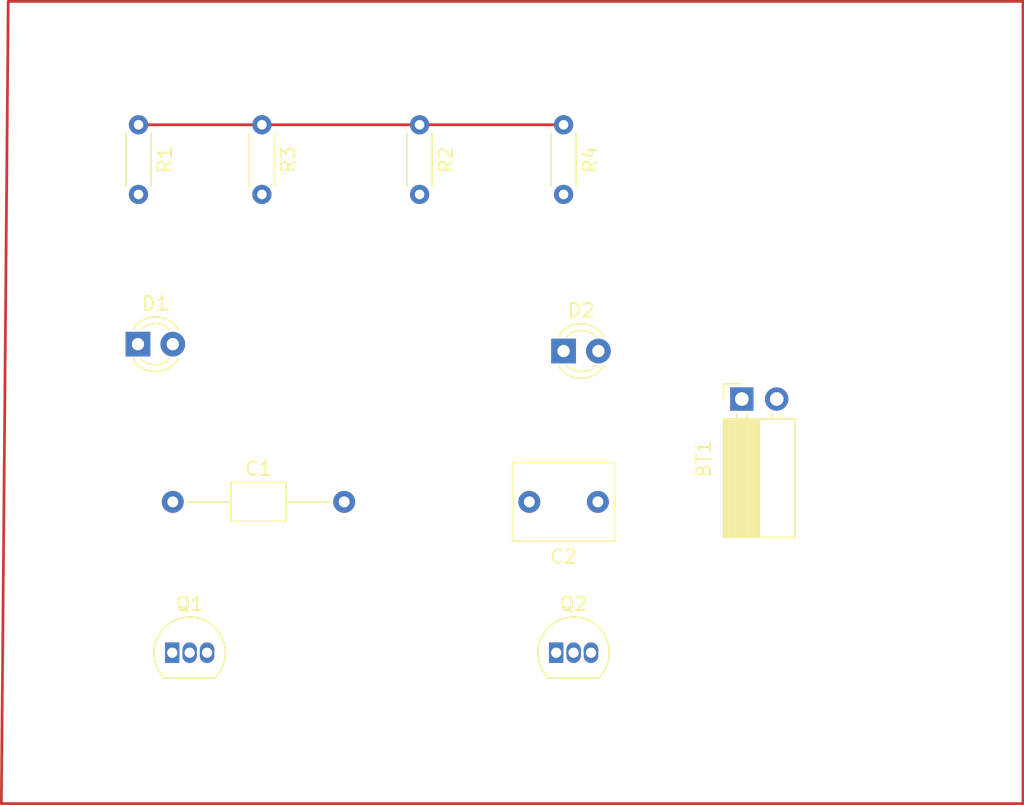
<source format=kicad_pcb>
(kicad_pcb (version 20241229) (generator "pcbnew") (generator_version "9.0")
  (layers (0 "F.Cu" signal) (2 "B.Cu" signal) (13 "F.Paste" user) (15 "B.Paste" user) (5 "F.SilkS" user "F.Silkscreen") (7 "B.SilkS" user "B.Silkscreen") (1 "F.Mask" user) (3 "B.Mask" user) (25 "Edge.Cuts" user))
  (net 0 "")
  (net 1 "Net-(D1-K)")
  (net 2 "Net-(BT1-+)")
  (net 3 "Net-(Q1-B)")
  (net 4 "Net-(Q2-B)")
  (net 5 "Net-(D2-K)")
  (net 6 "Net-(D1-A)")
  (net 7 "Net-(BT1--)")
  (net 8 "Net-(D2-A)")
  (footprint "LED_THT:LED_D3.0mm" (layer "F.Cu") (at 158 101)
    (property "Reference" "D2" (at 1.27 -2.96 0) (layer "F.SilkS"))
    (property "Value" "LED")
    (fp_line (start -0.29 -1.236) (end -0.29 -1.08) (stroke (width 0.12)) (layer "F.SilkS"))
    (fp_line (start -0.29 1.08) (end -0.29 1.236) (stroke (width 0.12)) (layer "F.SilkS"))
    (fp_arc (start -0.29 -1.235516) (mid 1.36566 -1.987699) (end 2.941437 -1.08) (stroke (width 0.12)) (layer "F.SilkS"))
    (fp_arc (start 0.229039 -1.08) (mid 1.27 -1.5) (end 2.310961 -1.08) (stroke (width 0.12)) (layer "F.SilkS"))
    (fp_arc (start 2.310961 1.08) (mid 1.27 1.5) (end 0.229039 1.08) (stroke (width 0.12)) (layer "F.SilkS"))
    (fp_arc (start 2.941437 1.08) (mid 1.36566 1.987699) (end -0.29 1.235516) (stroke (width 0.12)) (layer "F.SilkS"))
    (pad "1" thru_hole rect (at 0 0) (size 1.8 1.8) (drill 0.9) (layers "*.Cu" "*.Mask") (net 5 "Net-(D2-K)"))
    (pad "2" thru_hole circle (at 2.54 0) (size 1.8 1.8) (drill 0.9) (layers "*.Cu" "*.Mask") (net 8 "Net-(D2-A)"))
  )
  (footprint "Capacitor_THT:C_Axial_L3.8mm_D2.6mm_P12.50mm_Horizontal" (layer "F.Cu") (at 129.5 112)
    (property "Reference" "C1" (at 6.25 -2.42 0) (layer "F.SilkS"))
    (property "Value" "100u")
    (fp_line (start 1.04 0) (end 4.23 0) (stroke (width 0.12)) (layer "F.SilkS"))
    (fp_line (start 11.46 0) (end 8.27 0) (stroke (width 0.12)) (layer "F.SilkS"))
    (fp_rect (start 4.23 -1.42) (end 8.27 1.42) (stroke (width 0.12)) (fill no) (layer "F.SilkS"))
    (pad "1" thru_hole circle (at 0 0) (size 1.6 1.6) (drill 0.8) (layers "*.Cu" "*.Mask") (net 6 "Net-(D1-A)"))
    (pad "2" thru_hole circle (at 12.5 0) (size 1.6 1.6) (drill 0.8) (layers "*.Cu" "*.Mask") (net 4 "Net-(Q2-B)"))
  )
  (footprint "Resistor_THT:R_Axial_DIN0204_L3.6mm_D1.6mm_P5.08mm_Horizontal" (layer "F.Cu") (at 158 84.5 -90)
    (property "Reference" "R4" (at 2.54 -1.92 90) (layer "F.SilkS"))
    (property "Value" "470")
    (fp_line (start 0.62 0.92) (end 4.46 0.92) (stroke (width 0.12)) (layer "F.SilkS"))
    (fp_line (start 0.62 -0.92) (end 4.46 -0.92) (stroke (width 0.12)) (layer "F.SilkS"))
    (pad "1" thru_hole circle (at 0 0 270) (size 1.4 1.4) (drill 0.7) (layers "*.Cu" "*.Mask") (net 2 "Net-(BT1-+)"))
    (pad "2" thru_hole circle (at 5.08 0 270) (size 1.4 1.4) (drill 0.7) (layers "*.Cu" "*.Mask") (net 5 "Net-(D2-K)"))
  )
  (footprint "Package_TO_SOT_THT:TO-92_Inline" (layer "F.Cu") (at 157.46 123)
    (property "Reference" "Q2" (at 1.27 -3.56 0) (layer "F.SilkS"))
    (property "Value" "BC547")
    (fp_line (start -0.53 1.85) (end 3.07 1.85) (stroke (width 0.12)) (layer "F.SilkS"))
    (fp_arc (start -0.568478 1.838478) (mid -1.132087 -0.994977) (end 1.27 -2.6) (stroke (width 0.12)) (layer "F.SilkS"))
    (fp_arc (start 1.27 -2.6) (mid 3.672087 -0.994977) (end 3.108478 1.838478) (stroke (width 0.12)) (layer "F.SilkS"))
    (pad "1" thru_hole rect (at 0 0) (size 1.05 1.5) (drill 0.75) (layers "*.Cu" "*.Mask") (net 8 "Net-(D2-A)"))
    (pad "2" thru_hole oval (at 1.27 0) (size 1.05 1.5) (drill 0.75) (layers "*.Cu" "*.Mask") (net 4 "Net-(Q2-B)"))
    (pad "3" thru_hole oval (at 2.54 0) (size 1.05 1.5) (drill 0.75) (layers "*.Cu" "*.Mask") (net 7 "Net-(BT1--)"))
  )
  (footprint "Resistor_THT:R_Axial_DIN0204_L3.6mm_D1.6mm_P5.08mm_Horizontal" (layer "F.Cu") (at 127 84.5 -90)
    (property "Reference" "R1" (at 2.54 -1.92 90) (layer "F.SilkS"))
    (property "Value" "470")
    (fp_line (start 0.62 0.92) (end 4.46 0.92) (stroke (width 0.12)) (layer "F.SilkS"))
    (fp_line (start 0.62 -0.92) (end 4.46 -0.92) (stroke (width 0.12)) (layer "F.SilkS"))
    (pad "1" thru_hole circle (at 0 0 270) (size 1.4 1.4) (drill 0.7) (layers "*.Cu" "*.Mask") (net 2 "Net-(BT1-+)"))
    (pad "2" thru_hole circle (at 5.08 0 270) (size 1.4 1.4) (drill 0.7) (layers "*.Cu" "*.Mask") (net 1 "Net-(D1-K)"))
  )
  (footprint "LED_THT:LED_D3.0mm" (layer "F.Cu") (at 126.96 100.5)
    (property "Reference" "D1" (at 1.27 -2.96 0) (layer "F.SilkS"))
    (property "Value" "LED")
    (fp_line (start -0.29 -1.236) (end -0.29 -1.08) (stroke (width 0.12)) (layer "F.SilkS"))
    (fp_line (start -0.29 1.08) (end -0.29 1.236) (stroke (width 0.12)) (layer "F.SilkS"))
    (fp_arc (start -0.29 -1.235516) (mid 1.36566 -1.987699) (end 2.941437 -1.08) (stroke (width 0.12)) (layer "F.SilkS"))
    (fp_arc (start 0.229039 -1.08) (mid 1.27 -1.5) (end 2.310961 -1.08) (stroke (width 0.12)) (layer "F.SilkS"))
    (fp_arc (start 2.310961 1.08) (mid 1.27 1.5) (end 0.229039 1.08) (stroke (width 0.12)) (layer "F.SilkS"))
    (fp_arc (start 2.941437 1.08) (mid 1.36566 1.987699) (end -0.29 1.235516) (stroke (width 0.12)) (layer "F.SilkS"))
    (pad "1" thru_hole rect (at 0 0) (size 1.8 1.8) (drill 0.9) (layers "*.Cu" "*.Mask") (net 1 "Net-(D1-K)"))
    (pad "2" thru_hole circle (at 2.54 0) (size 1.8 1.8) (drill 0.9) (layers "*.Cu" "*.Mask") (net 6 "Net-(D1-A)"))
  )
  (footprint "Resistor_THT:R_Axial_DIN0204_L3.6mm_D1.6mm_P5.08mm_Horizontal" (layer "F.Cu") (at 136 84.5 -90)
    (property "Reference" "R3" (at 2.54 -1.92 90) (layer "F.SilkS"))
    (property "Value" "10k")
    (fp_line (start 0.62 0.92) (end 4.46 0.92) (stroke (width 0.12)) (layer "F.SilkS"))
    (fp_line (start 0.62 -0.92) (end 4.46 -0.92) (stroke (width 0.12)) (layer "F.SilkS"))
    (pad "1" thru_hole circle (at 0 0 270) (size 1.4 1.4) (drill 0.7) (layers "*.Cu" "*.Mask") (net 2 "Net-(BT1-+)"))
    (pad "2" thru_hole circle (at 5.08 0 270) (size 1.4 1.4) (drill 0.7) (layers "*.Cu" "*.Mask") (net 4 "Net-(Q2-B)"))
  )
  (footprint "Connector_PinSocket_2.54mm:PinSocket_1x02_P2.54mm_Horizontal" (layer "F.Cu") (at 171 104.5 90)
    (property "Reference" "BT1" (at -4.38 -2.77 90) (layer "F.SilkS"))
    (property "Value" "9V")
    (fp_line (start 1.11 -1.33) (end 1.11 0) (stroke (width 0.12)) (layer "F.SilkS"))
    (fp_line (start 0 -1.33) (end 1.11 -1.33) (stroke (width 0.12)) (layer "F.SilkS"))
    (fp_line (start -1.46 -1.33) (end -1.46 3.87) (stroke (width 0.12)) (layer "F.SilkS"))
    (fp_line (start -10.09 -1.33) (end -1.46 -1.33) (stroke (width 0.12)) (layer "F.SilkS"))
    (fp_line (start -10.09 -1.33) (end -10.09 3.87) (stroke (width 0.12)) (layer "F.SilkS"))
    (fp_line (start -10.09 -1.21) (end -1.46 -1.21) (stroke (width 0.12)) (layer "F.SilkS"))
    (fp_line (start -10.09 -1.091905) (end -1.46 -1.091905) (stroke (width 0.12)) (layer "F.SilkS"))
    (fp_line (start -10.09 -0.97381) (end -1.46 -0.97381) (stroke (width 0.12)) (layer "F.SilkS"))
    (fp_line (start -10.09 -0.855715) (end -1.46 -0.855715) (stroke (width 0.12)) (layer "F.SilkS"))
    (fp_line (start -10.09 -0.73762) (end -1.46 -0.73762) (stroke (width 0.12)) (layer "F.SilkS"))
    (fp_line (start -10.09 -0.619525) (end -1.46 -0.619525) (stroke (width 0.12)) (layer "F.SilkS"))
    (fp_line (start -10.09 -0.50143) (end -1.46 -0.50143) (stroke (width 0.12)) (layer "F.SilkS"))
    (fp_line (start -10.09 -0.383335) (end -1.46 -0.383335) (stroke (width 0.12)) (layer "F.SilkS"))
    (fp_line (start -1.46 -0.36) (end -1.11 -0.36) (stroke (width 0.12)) (layer "F.SilkS"))
    (fp_line (start -10.09 -0.26524) (end -1.46 -0.26524) (stroke (width 0.12)) (layer "F.SilkS"))
    (fp_line (start -10.09 -0.147145) (end -1.46 -0.147145) (stroke (width 0.12)) (layer "F.SilkS"))
    (fp_line (start -10.09 -0.02905) (end -1.46 -0.02905) (stroke (width 0.12)) (layer "F.SilkS"))
    (fp_line (start -10.09 0.089045) (end -1.46 0.089045) (stroke (width 0.12)) (layer "F.SilkS"))
    (fp_line (start -10.09 0.20714) (end -1.46 0.20714) (stroke (width 0.12)) (layer "F.SilkS"))
    (fp_line (start -10.09 0.325235) (end -1.46 0.325235) (stroke (width 0.12)) (layer "F.SilkS"))
    (fp_line (start -1.46 0.36) (end -1.11 0.36) (stroke (width 0.12)) (layer "F.SilkS"))
    (fp_line (start -10.09 0.44333) (end -1.46 0.44333) (stroke (width 0.12)) (layer "F.SilkS"))
    (fp_line (start -10.09 0.561425) (end -1.46 0.561425) (stroke (width 0.12)) (layer "F.SilkS"))
    (fp_line (start -10.09 0.67952) (end -1.46 0.67952) (stroke (width 0.12)) (layer "F.SilkS"))
    (fp_line (start -10.09 0.797615) (end -1.46 0.797615) (stroke (width 0.12)) (layer "F.SilkS"))
    (fp_line (start -10.09 0.91571) (end -1.46 0.91571) (stroke (width 0.12)) (layer "F.SilkS"))
    (fp_line (start -10.09 1.033805) (end -1.46 1.033805) (stroke (width 0.12)) (layer "F.SilkS"))
    (fp_line (start -10.09 1.1519) (end -1.46 1.1519) (stroke (width 0.12)) (layer "F.SilkS"))
    (fp_line (start -10.09 1.27) (end -1.46 1.27) (stroke (width 0.12)) (layer "F.SilkS"))
    (fp_line (start -1.46 2.18) (end -1.05 2.18) (stroke (width 0.12)) (layer "F.SilkS"))
    (fp_line (start -1.46 2.9) (end -1.05 2.9) (stroke (width 0.12)) (layer "F.SilkS"))
    (fp_line (start -10.09 3.87) (end -1.46 3.87) (stroke (width 0.12)) (layer "F.SilkS"))
    (pad "1" thru_hole rect (at 0 0 90) (size 1.7 1.7) (drill 1) (layers "*.Cu" "*.Mask") (net 2 "Net-(BT1-+)"))
    (pad "2" thru_hole circle (at 0 2.54 90) (size 1.7 1.7) (drill 1) (layers "*.Cu" "*.Mask") (net 7 "Net-(BT1--)"))
  )
  (footprint "Resistor_THT:R_Axial_DIN0204_L3.6mm_D1.6mm_P5.08mm_Horizontal" (layer "F.Cu") (at 147.5 84.5 -90)
    (property "Reference" "R2" (at 2.54 -1.92 90) (layer "F.SilkS"))
    (property "Value" "10k")
    (fp_line (start 0.62 0.92) (end 4.46 0.92) (stroke (width 0.12)) (layer "F.SilkS"))
    (fp_line (start 0.62 -0.92) (end 4.46 -0.92) (stroke (width 0.12)) (layer "F.SilkS"))
    (pad "1" thru_hole circle (at 0 0 270) (size 1.4 1.4) (drill 0.7) (layers "*.Cu" "*.Mask") (net 2 "Net-(BT1-+)"))
    (pad "2" thru_hole circle (at 5.08 0 270) (size 1.4 1.4) (drill 0.7) (layers "*.Cu" "*.Mask") (net 3 "Net-(Q1-B)"))
  )
  (footprint "Package_TO_SOT_THT:TO-92_Inline" (layer "F.Cu") (at 129.46 123)
    (property "Reference" "Q1" (at 1.27 -3.56 0) (layer "F.SilkS"))
    (property "Value" "BC547")
    (fp_line (start -0.53 1.85) (end 3.07 1.85) (stroke (width 0.12)) (layer "F.SilkS"))
    (fp_arc (start -0.568478 1.838478) (mid -1.132087 -0.994977) (end 1.27 -2.6) (stroke (width 0.12)) (layer "F.SilkS"))
    (fp_arc (start 1.27 -2.6) (mid 3.672087 -0.994977) (end 3.108478 1.838478) (stroke (width 0.12)) (layer "F.SilkS"))
    (pad "1" thru_hole rect (at 0 0) (size 1.05 1.5) (drill 0.75) (layers "*.Cu" "*.Mask") (net 6 "Net-(D1-A)"))
    (pad "2" thru_hole oval (at 1.27 0) (size 1.05 1.5) (drill 0.75) (layers "*.Cu" "*.Mask") (net 3 "Net-(Q1-B)"))
    (pad "3" thru_hole oval (at 2.54 0) (size 1.05 1.5) (drill 0.75) (layers "*.Cu" "*.Mask") (net 7 "Net-(BT1--)"))
  )
  (footprint "Capacitor_THT:C_Rect_L7.2mm_W5.5mm_P5.00mm_FKS2_FKP2_MKS2_MKP2" (layer "F.Cu") (at 160.5 112 180)
    (property "Reference" "C2" (at 2.5 -4 0) (layer "F.SilkS"))
    (property "Value" "100u")
    (fp_line (start 6.22 -2.87) (end 6.22 2.87) (stroke (width 0.12)) (layer "F.SilkS"))
    (fp_line (start -1.22 2.87) (end 6.22 2.87) (stroke (width 0.12)) (layer "F.SilkS"))
    (fp_line (start -1.22 -2.87) (end 6.22 -2.87) (stroke (width 0.12)) (layer "F.SilkS"))
    (fp_line (start -1.22 -2.87) (end -1.22 2.87) (stroke (width 0.12)) (layer "F.SilkS"))
    (pad "1" thru_hole circle (at 0 0 180) (size 1.6 1.6) (drill 0.8) (layers "*.Cu" "*.Mask") (net 8 "Net-(D2-A)"))
    (pad "2" thru_hole circle (at 5 0 180) (size 1.6 1.6) (drill 0.8) (layers "*.Cu" "*.Mask") (net 3 "Net-(Q1-B)"))
  )
  (gr_line (start 117 134) (end 117.5 75.5) (stroke (width 0.2)) (layer "F.Cu"))
  (gr_line (start 191.5 82) (end 191.5 134) (stroke (width 0.2)) (layer "F.Cu"))
  (gr_line (start 117.5 75.5) (end 191.5 75.5) (stroke (width 0.2)) (layer "F.Cu"))
  (gr_line (start 191.5 134) (end 117 134) (stroke (width 0.2)) (layer "F.Cu"))
  (gr_line (start 191.5 75.5) (end 191.5 82) (stroke (width 0.2)) (layer "F.Cu"))
  (segment (start 136 84.5) (end 158 84.5) (width 0.2) (layer "F.Cu") (net 2))
  (segment (start 127 84.5) (end 136 84.5) (width 0.2) (layer "F.Cu") (net 2))
)
</source>
